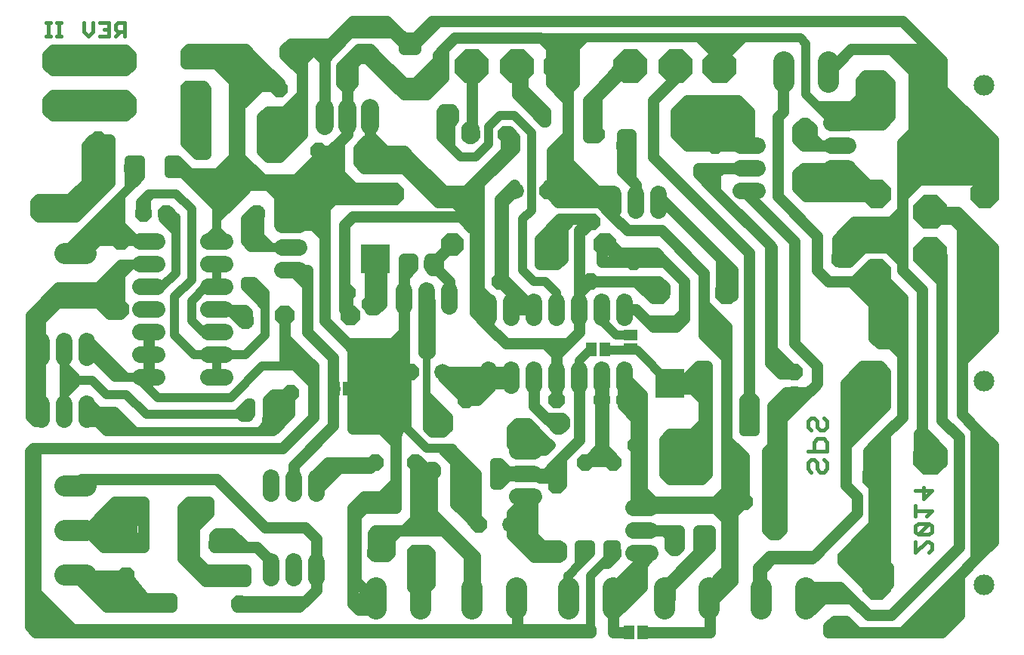
<source format=gbr>
G75*
G70*
%OFA0B0*%
%FSLAX24Y24*%
%IPPOS*%
%LPD*%
%AMOC8*
5,1,8,0,0,1.08239X$1,22.5*
%
%ADD10C,0.0180*%
%ADD11C,0.0150*%
%ADD12R,0.1000X0.1500*%
%ADD13R,0.2250X0.3500*%
%ADD14C,0.0920*%
%ADD15C,0.0720*%
%ADD16OC8,0.0720*%
%ADD17C,0.0720*%
%ADD18C,0.0872*%
%ADD19C,0.0833*%
%ADD20C,0.0840*%
%ADD21OC8,0.0760*%
%ADD22R,0.1280X0.1280*%
%ADD23OC8,0.1000*%
%ADD24C,0.0912*%
%ADD25C,0.0800*%
%ADD26R,0.0460X0.0630*%
%ADD27R,0.0630X0.0460*%
%ADD28C,0.1000*%
%ADD29C,0.0500*%
%ADD30C,0.0400*%
%ADD31C,0.0700*%
%ADD32OC8,0.0860*%
%ADD33C,0.0320*%
%ADD34OC8,0.1250*%
%ADD35OC8,0.1500*%
D10*
X041520Y019108D02*
X041657Y018971D01*
X041520Y019108D02*
X041520Y019381D01*
X041657Y019518D01*
X041794Y019518D01*
X041930Y019381D01*
X041930Y019108D01*
X042067Y018971D01*
X042204Y018971D01*
X042341Y019108D01*
X042341Y019381D01*
X042204Y019518D01*
X042341Y019892D02*
X041520Y019892D01*
X041794Y019892D02*
X041794Y020302D01*
X041930Y020439D01*
X042204Y020439D01*
X042341Y020302D01*
X042341Y019892D01*
X042204Y020813D02*
X042067Y020813D01*
X041930Y020949D01*
X041930Y021223D01*
X041794Y021360D01*
X041657Y021360D01*
X041520Y021223D01*
X041520Y020949D01*
X041657Y020813D01*
X042204Y020813D02*
X042341Y020949D01*
X042341Y021223D01*
X042204Y021360D01*
X011340Y038233D02*
X011340Y038814D01*
X011050Y038814D01*
X010953Y038717D01*
X010953Y038524D01*
X011050Y038427D01*
X011340Y038427D01*
X011147Y038427D02*
X010953Y038233D01*
X010640Y038233D02*
X010253Y038233D01*
X010447Y038524D02*
X010640Y038524D01*
X010640Y038814D02*
X010640Y038233D01*
X010640Y038814D02*
X010253Y038814D01*
X009940Y038814D02*
X009940Y038427D01*
X009747Y038233D01*
X009553Y038427D01*
X009553Y038814D01*
X008541Y038814D02*
X008347Y038814D01*
X008444Y038814D02*
X008444Y038233D01*
X008541Y038233D02*
X008347Y038233D01*
X008074Y038233D02*
X007881Y038233D01*
X007978Y038233D02*
X007978Y038814D01*
X008074Y038814D02*
X007881Y038814D01*
D11*
X046270Y018157D02*
X046981Y018157D01*
X046625Y017801D01*
X046625Y018275D01*
X046270Y017483D02*
X046270Y017010D01*
X046270Y017246D02*
X046981Y017246D01*
X046744Y017010D01*
X046862Y016691D02*
X046388Y016691D01*
X046270Y016573D01*
X046270Y016336D01*
X046388Y016218D01*
X046862Y016691D01*
X046981Y016573D01*
X046981Y016336D01*
X046862Y016218D01*
X046388Y016218D01*
X046270Y015900D02*
X046270Y015426D01*
X046744Y015900D01*
X046862Y015900D01*
X046981Y015781D01*
X046981Y015544D01*
X046862Y015426D01*
D12*
X011430Y016643D03*
D13*
X022555Y022893D03*
D14*
X022440Y013853D02*
X022440Y012933D01*
X024420Y012933D02*
X024420Y013853D01*
X026690Y013853D02*
X026690Y012933D01*
X028670Y012933D02*
X028670Y013853D01*
X030940Y013853D02*
X030940Y012933D01*
X032920Y012933D02*
X032920Y013853D01*
X035190Y013853D02*
X035190Y012933D01*
X037170Y012933D02*
X037170Y013853D01*
X039440Y013853D02*
X039440Y012933D01*
X041420Y012933D02*
X041420Y013853D01*
X009640Y014423D02*
X008720Y014423D01*
X008720Y016393D02*
X009640Y016393D01*
X009640Y018363D02*
X008720Y018363D01*
X008720Y026653D02*
X009640Y026653D01*
X009640Y028633D02*
X008720Y028633D01*
X008720Y035153D02*
X009640Y035153D01*
X009640Y037133D02*
X008720Y037133D01*
X040440Y037103D02*
X040440Y036183D01*
X042420Y036183D02*
X042420Y037103D01*
D15*
X028605Y031393D03*
X020230Y037393D03*
X014180Y035143D03*
X018680Y023843D03*
X025380Y023393D03*
X028380Y016643D03*
X040130Y017643D03*
D16*
X038730Y017643D03*
X036930Y015643D03*
X035680Y015643D03*
X032930Y015393D03*
X031680Y015393D03*
X026980Y016643D03*
X024180Y015393D03*
X022430Y015393D03*
X022430Y019393D03*
X024180Y019393D03*
X025180Y020893D03*
X026430Y022143D03*
X023980Y023393D03*
X022180Y022393D03*
X018680Y022443D03*
X016680Y021643D03*
X016680Y025643D03*
X017180Y026893D03*
X021180Y026893D03*
X022180Y026393D03*
X023930Y028143D03*
X024930Y028143D03*
X026680Y029893D03*
X029805Y028268D03*
X027930Y027393D03*
X031930Y027393D03*
X033805Y028268D03*
X031993Y030018D03*
X031993Y031018D03*
X030005Y031393D03*
X028180Y033893D03*
X026680Y033893D03*
X025743Y034706D03*
X023930Y035893D03*
X021630Y037393D03*
X023930Y037893D03*
X018680Y037393D03*
X018180Y035893D03*
X016680Y037393D03*
X014180Y037143D03*
X014180Y035893D03*
X011180Y035143D03*
X010180Y033643D03*
X011680Y032393D03*
X013680Y032393D03*
X014180Y033643D03*
X013180Y030393D03*
X012180Y030393D03*
X008180Y030393D03*
X017180Y030393D03*
X019930Y033143D03*
X021930Y033143D03*
X029743Y034706D03*
X032180Y033893D03*
X033430Y033393D03*
X037430Y033393D03*
X037430Y034143D03*
X041430Y034143D03*
X040930Y023393D03*
X040930Y022393D03*
X036930Y022393D03*
X036930Y023393D03*
X033430Y022143D03*
X032430Y022143D03*
X030430Y022143D03*
X029180Y020893D03*
X029930Y020143D03*
X031680Y019393D03*
X032930Y019393D03*
X033930Y020143D03*
X035680Y019643D03*
X036930Y019643D03*
X016430Y013143D03*
X015430Y015768D03*
X012430Y013143D03*
X011430Y015768D03*
X010930Y021393D03*
X010930Y023393D03*
X011180Y037143D03*
D17*
X018320Y029893D02*
X019040Y029893D01*
X019040Y028893D02*
X018320Y028893D01*
X018320Y027893D02*
X019040Y027893D01*
X015790Y028143D02*
X015070Y028143D01*
X015070Y027143D02*
X015790Y027143D01*
X015790Y026143D02*
X015070Y026143D01*
X015070Y025143D02*
X015790Y025143D01*
X015790Y024143D02*
X015070Y024143D01*
X015070Y023143D02*
X015790Y023143D01*
X012790Y023143D02*
X012070Y023143D01*
X012070Y024143D02*
X012790Y024143D01*
X012790Y025143D02*
X012070Y025143D01*
X012070Y026143D02*
X012790Y026143D01*
X012790Y027143D02*
X012070Y027143D01*
X012070Y028143D02*
X012790Y028143D01*
X012790Y029143D02*
X012070Y029143D01*
X015070Y029143D02*
X015790Y029143D01*
X009680Y024753D02*
X009680Y024033D01*
X008680Y024033D02*
X008680Y024753D01*
X007680Y024753D02*
X007680Y024033D01*
X007680Y022003D02*
X007680Y021283D01*
X008680Y021283D02*
X008680Y022003D01*
X009680Y022003D02*
X009680Y021283D01*
X017805Y018738D02*
X017805Y018018D01*
X018805Y018018D02*
X018805Y018738D01*
X019805Y018738D02*
X019805Y018018D01*
X019805Y015018D02*
X019805Y014298D01*
X018805Y014298D02*
X018805Y015018D01*
X017805Y015018D02*
X017805Y014298D01*
X028695Y017893D02*
X029415Y017893D01*
X029415Y018893D02*
X028695Y018893D01*
X028695Y019893D02*
X029415Y019893D01*
X029430Y022783D02*
X029430Y023503D01*
X030430Y023503D02*
X030430Y022783D01*
X031430Y022783D02*
X031430Y023503D01*
X032430Y023503D02*
X032430Y022783D01*
X033430Y022783D02*
X033430Y023503D01*
X033430Y025783D02*
X033430Y026503D01*
X032430Y026503D02*
X032430Y025783D01*
X031430Y025783D02*
X031430Y026503D01*
X030430Y026503D02*
X030430Y025783D01*
X029430Y025783D02*
X029430Y026503D01*
X028430Y026503D02*
X028430Y025783D01*
X027430Y025783D02*
X027430Y026503D01*
X025680Y026283D02*
X025680Y027003D01*
X024680Y027003D02*
X024680Y026283D01*
X023680Y026283D02*
X023680Y027003D01*
X027430Y023503D02*
X027430Y022783D01*
X028430Y022783D02*
X028430Y023503D01*
X033820Y017393D02*
X034540Y017393D01*
X034540Y016393D02*
X033820Y016393D01*
X033820Y015393D02*
X034540Y015393D01*
X034930Y030533D02*
X034930Y031253D01*
X033930Y031253D02*
X033930Y030533D01*
X032930Y030533D02*
X032930Y031253D01*
X038570Y031393D02*
X039290Y031393D01*
X039290Y032393D02*
X038570Y032393D01*
X038570Y033393D02*
X039290Y033393D01*
X042570Y033393D02*
X043290Y033393D01*
X043290Y032393D02*
X042570Y032393D01*
X042570Y034393D02*
X043290Y034393D01*
D18*
X037649Y036893D03*
X035680Y036893D03*
X033711Y036893D03*
X030649Y036893D03*
X028680Y036893D03*
X026711Y036893D03*
D19*
X017680Y034143D03*
X017680Y033143D03*
X014680Y033143D03*
X014680Y034143D03*
X024930Y019018D03*
X027930Y019018D03*
D20*
X015055Y031393D03*
X010055Y031393D03*
D21*
X011180Y029143D03*
X011180Y026143D03*
X011930Y017518D03*
X014930Y017518D03*
X016430Y014393D03*
X011430Y014393D03*
X030430Y015393D03*
X030430Y018393D03*
X043180Y015143D03*
X043180Y012143D03*
X042930Y028393D03*
X042930Y031393D03*
D22*
X035430Y022893D03*
X022430Y028393D03*
D23*
X025805Y029018D03*
X023180Y031268D03*
X032555Y029018D03*
X034930Y026893D03*
X037930Y026893D03*
X021680Y021143D03*
X017930Y021143D03*
D24*
X044568Y022978D03*
X049292Y022978D03*
X046930Y019569D03*
X049292Y018781D03*
X044568Y018781D03*
X044568Y013978D03*
X049292Y013978D03*
X049292Y027781D03*
X046930Y028569D03*
X046930Y030468D03*
X049292Y031256D03*
X044568Y031256D03*
X044568Y027781D03*
X044568Y036059D03*
X049292Y036059D03*
D25*
X022180Y035043D02*
X022180Y034243D01*
X021180Y034243D02*
X021180Y035043D01*
X020180Y035043D02*
X020180Y034243D01*
D26*
X031943Y024393D03*
X032543Y024393D03*
X021230Y022643D03*
X020630Y022643D03*
X033630Y011893D03*
X034230Y011893D03*
D27*
X033680Y024406D03*
X033680Y025006D03*
D28*
X025180Y031268D03*
D29*
X007430Y012393D02*
X007430Y011893D01*
X007180Y012143D01*
X007180Y014143D01*
X007430Y014143D01*
X007430Y013643D01*
X009180Y011893D01*
X008680Y011893D01*
X007680Y012893D01*
X007680Y012393D01*
X007930Y012143D01*
X007805Y012018D02*
X028430Y012018D01*
X028305Y011893D01*
X009180Y011893D01*
X008680Y011893D02*
X007430Y011893D01*
X007805Y012018D02*
X007430Y012393D01*
X007430Y013643D01*
X007430Y014143D02*
X007430Y020018D01*
X007305Y020018D01*
X007180Y019893D01*
X007180Y014143D01*
X008960Y014393D02*
X009180Y014423D01*
X009180Y014393D02*
X010555Y013018D01*
X010680Y013018D01*
X012930Y013018D01*
X013430Y013018D01*
X013430Y013393D01*
X013180Y013393D01*
X013430Y013143D01*
X013180Y013393D02*
X012930Y013393D01*
X011680Y013393D01*
X011930Y013143D01*
X010930Y013143D01*
X009680Y014143D01*
X010430Y014143D01*
X011180Y013393D01*
X011180Y013643D01*
X010680Y014143D01*
X010930Y014143D01*
X011430Y014393D01*
X012430Y013143D01*
X012930Y013393D01*
X012930Y013018D02*
X012430Y013143D01*
X011930Y013143D01*
X011680Y013393D02*
X011180Y013893D01*
X011430Y014393D01*
X009180Y014393D01*
X008960Y014393D01*
X010430Y015643D02*
X012180Y015643D01*
X012055Y015643D02*
X012180Y015768D01*
X012180Y016143D01*
X011430Y015768D01*
X012055Y015643D01*
X012180Y016143D02*
X012180Y017643D01*
X010930Y017643D01*
X009680Y016393D01*
X010430Y015643D01*
X011430Y015768D01*
X011930Y017518D01*
X010930Y017143D02*
X010430Y016643D01*
X010430Y016393D01*
X010680Y016143D01*
X010680Y015893D02*
X010930Y015893D01*
X010930Y017143D01*
X010180Y016393D02*
X009680Y016393D01*
X009180Y016393D01*
X010180Y016393D02*
X010680Y015893D01*
X013930Y015143D02*
X014430Y014643D01*
X014680Y014643D01*
X016180Y014643D01*
X016680Y014643D01*
X016680Y014143D01*
X014930Y014143D01*
X014180Y014893D01*
X014180Y017643D01*
X013930Y017393D01*
X013930Y015143D01*
X014430Y015143D02*
X015180Y014393D01*
X015430Y014393D01*
X014680Y014643D02*
X014430Y014893D01*
X014430Y015143D01*
X014430Y016518D01*
X015055Y017143D01*
X014430Y017143D01*
X014430Y016518D01*
X015055Y017143D02*
X015055Y017643D01*
X014430Y017643D01*
X014930Y017518D01*
X014430Y017643D02*
X014180Y017643D01*
X015430Y018643D02*
X009460Y018643D01*
X009180Y018363D01*
X007430Y020018D02*
X018305Y020018D01*
X019680Y021393D01*
X019680Y022893D01*
X019680Y023143D01*
X018930Y023893D01*
X018680Y023893D01*
X018430Y024143D01*
X018430Y024643D01*
X018430Y024893D01*
X018555Y024768D01*
X018430Y024643D01*
X018555Y024768D02*
X019430Y023893D01*
X018680Y024393D01*
X018680Y023893D01*
X019680Y022893D01*
X019680Y023143D02*
X019680Y023643D01*
X019430Y023893D01*
X018930Y023893D01*
X018680Y023843D02*
X018480Y023843D01*
X018430Y023893D01*
X018430Y024143D01*
X018430Y024893D02*
X018430Y025893D01*
X019430Y025143D02*
X020555Y024018D01*
X020555Y022643D01*
X020630Y022643D01*
X020555Y022643D02*
X020555Y021018D01*
X018805Y019268D01*
X018805Y018018D01*
X019805Y018018D02*
X019805Y018643D01*
X020305Y019143D01*
X020805Y019143D01*
X019805Y018143D01*
X019805Y018018D01*
X019805Y018643D02*
X019805Y018768D01*
X019805Y018893D01*
X020305Y019393D01*
X022430Y019393D01*
X022180Y019143D01*
X020805Y019143D01*
X020305Y019143D02*
X022430Y019393D01*
X023305Y020268D02*
X022680Y020893D01*
X021430Y020893D01*
X021430Y021268D01*
X021618Y021331D01*
X021430Y021393D01*
X021430Y021268D01*
X021680Y021143D01*
X021430Y020893D02*
X022180Y021143D01*
X022743Y021143D01*
X023555Y021956D01*
X023555Y023018D01*
X023680Y023143D01*
X023680Y021893D01*
X023180Y021893D01*
X022680Y021393D01*
X022430Y021393D01*
X022430Y022643D01*
X022680Y022893D01*
X023180Y022893D01*
X023180Y022393D01*
X022680Y021893D01*
X022680Y022393D01*
X022930Y022643D01*
X023180Y023143D02*
X022430Y023143D01*
X022180Y022893D01*
X022180Y022393D01*
X022180Y021393D01*
X021430Y021393D01*
X021430Y022518D01*
X021430Y024393D01*
X021180Y024643D01*
X023180Y024643D01*
X023680Y025143D01*
X023680Y023643D01*
X023180Y023143D01*
X023680Y023143D02*
X023680Y023643D01*
X023930Y023343D02*
X023980Y023393D01*
X023930Y023343D02*
X023680Y023143D01*
X024680Y024143D02*
X024805Y024268D01*
X024805Y026518D01*
X024555Y026518D01*
X024555Y024268D01*
X024680Y024143D01*
X024680Y026643D01*
X025680Y026643D02*
X025680Y027393D01*
X025180Y027893D01*
X024930Y028143D01*
X025805Y029018D01*
X026930Y029518D02*
X026180Y030268D01*
X021430Y030268D01*
X021055Y029893D01*
X021055Y026143D01*
X021118Y026081D01*
X021180Y026143D01*
X021180Y026893D01*
X022180Y026393D02*
X022430Y026643D01*
X022430Y028393D01*
X022680Y028393D02*
X022180Y028393D01*
X022180Y026143D01*
X022430Y026143D01*
X022680Y026393D01*
X022680Y028393D01*
X023680Y028393D02*
X024055Y028393D01*
X024055Y028018D01*
X023930Y027893D01*
X023930Y028143D01*
X023930Y027893D02*
X023805Y027768D01*
X023680Y028393D02*
X023680Y026643D01*
X023680Y025143D01*
X025380Y023393D02*
X025430Y023393D01*
X025680Y023393D01*
X026430Y023393D01*
X027180Y023393D01*
X027180Y023143D01*
X026430Y022393D01*
X026180Y022393D01*
X025680Y022893D01*
X025930Y023143D01*
X026430Y023143D01*
X026680Y022893D01*
X028430Y022893D01*
X028430Y023393D01*
X027430Y023393D01*
X027180Y023393D01*
X027430Y023393D02*
X027430Y022643D01*
X026930Y022143D01*
X026430Y022143D01*
X025430Y023143D01*
X025430Y023393D01*
X026430Y023393D02*
X026930Y022893D01*
X026930Y022643D01*
X027430Y023143D01*
X028430Y023143D01*
X029430Y023143D02*
X029430Y021893D01*
X029930Y021393D01*
X030180Y021143D01*
X030430Y020893D01*
X030555Y020893D01*
X030680Y021018D01*
X030555Y021143D02*
X030180Y021143D01*
X030430Y022143D02*
X030430Y023143D01*
X030430Y024143D01*
X029930Y024643D01*
X030930Y024643D01*
X031430Y025143D01*
X031430Y026143D01*
X031430Y026893D01*
X031430Y029518D01*
X031430Y029643D01*
X031930Y030143D01*
X031055Y030143D01*
X030930Y030143D01*
X030055Y029268D01*
X030055Y028518D01*
X030180Y028393D01*
X030180Y029143D01*
X030305Y029268D01*
X029805Y029393D02*
X029680Y029268D01*
X029680Y028268D01*
X029805Y028143D01*
X030430Y028143D01*
X030680Y028393D01*
X030680Y029768D01*
X031055Y030143D01*
X030930Y030143D02*
X030555Y030143D01*
X029805Y029393D01*
X029805Y028268D01*
X029680Y028268D02*
X029680Y028143D01*
X028430Y027143D02*
X029430Y026143D01*
X028430Y026143D01*
X028430Y026643D01*
X028680Y026393D01*
X029430Y026393D01*
X028430Y026643D02*
X028430Y026893D01*
X028430Y027143D01*
X028055Y027518D01*
X028055Y030018D01*
X028055Y030893D01*
X028555Y031643D01*
X028555Y031393D01*
X028055Y030893D01*
X027930Y030768D01*
X027930Y029393D01*
X028055Y030018D01*
X027930Y029393D02*
X027930Y027393D01*
X028430Y026893D01*
X027430Y026393D02*
X027430Y026143D01*
X027430Y025393D01*
X028180Y024643D01*
X029930Y024643D01*
X030430Y024143D02*
X030930Y024643D01*
X031430Y023143D02*
X031430Y020393D01*
X030680Y019643D01*
X029805Y018768D01*
X030555Y019018D01*
X030430Y019018D02*
X030430Y018893D01*
X030430Y018643D01*
X030430Y018393D01*
X030430Y018893D02*
X030055Y018893D01*
X029805Y018768D01*
X030055Y018893D02*
X029180Y018893D01*
X029055Y018893D01*
X029055Y017893D02*
X029180Y016693D01*
X028380Y016643D01*
X029180Y016593D01*
X029180Y015893D01*
X029680Y015393D01*
X030430Y015393D01*
X028680Y013393D02*
X028670Y013393D01*
X028680Y013393D02*
X028680Y011893D01*
X031680Y011893D01*
X031930Y011893D01*
X031930Y012018D01*
X028430Y012018D01*
X028305Y011893D02*
X028680Y011893D01*
X026805Y013393D02*
X026680Y013268D01*
X026555Y013268D01*
X026555Y015268D01*
X026680Y015143D01*
X026680Y015393D01*
X026805Y015268D01*
X026805Y013393D01*
X026690Y013393D02*
X026680Y013393D01*
X026680Y015143D01*
X026555Y015268D02*
X025430Y016393D01*
X024680Y016393D01*
X024180Y016893D01*
X023680Y016393D01*
X023430Y016393D01*
X023305Y016393D01*
X022805Y015893D01*
X022555Y016018D02*
X022555Y015393D01*
X022430Y015393D02*
X022430Y015268D01*
X022930Y015268D01*
X023055Y015393D01*
X023055Y016018D01*
X023430Y016393D01*
X023305Y016393D02*
X022930Y016393D01*
X022555Y016018D01*
X022430Y015893D01*
X022430Y016393D01*
X022305Y016268D01*
X022305Y015518D01*
X022430Y015393D01*
X022430Y015893D01*
X022430Y016393D02*
X022930Y016393D01*
X023680Y016393D02*
X024180Y016393D01*
X024680Y016393D01*
X024930Y016643D02*
X024930Y017143D01*
X024930Y019018D01*
X024555Y019018D01*
X024430Y019143D02*
X024430Y017143D01*
X024305Y017143D02*
X024305Y017518D01*
X024930Y017143D01*
X025430Y016393D01*
X025055Y016643D02*
X024305Y017143D01*
X024180Y016893D02*
X024180Y016393D01*
X024180Y016893D02*
X024180Y018393D01*
X024805Y019018D01*
X024930Y019018D01*
X024930Y019143D02*
X024430Y019143D01*
X024180Y019143D01*
X024180Y019393D01*
X024180Y019143D02*
X024180Y018393D01*
X023180Y018393D02*
X023180Y017893D01*
X022930Y017643D01*
X022180Y017643D01*
X021555Y017018D01*
X021555Y014143D01*
X022055Y013643D01*
X022180Y013393D02*
X022180Y012893D01*
X021680Y012893D01*
X021430Y013143D01*
X021430Y013393D01*
X021430Y016893D01*
X021555Y017018D01*
X021430Y016893D02*
X021430Y017393D01*
X021930Y017893D01*
X022680Y017893D01*
X023180Y018393D01*
X023305Y017393D02*
X021430Y017393D01*
X023305Y017393D02*
X023305Y020268D01*
X023305Y020581D01*
X022743Y021143D01*
X023555Y021143D01*
X023555Y021956D01*
X023555Y021143D02*
X023305Y020581D01*
X022180Y021143D02*
X022180Y021393D01*
X020305Y019143D02*
X019930Y018893D01*
X019805Y018768D01*
X019305Y016518D02*
X017555Y016518D01*
X015430Y018643D01*
X015430Y016268D02*
X015305Y016143D01*
X015305Y015643D01*
X016180Y015643D01*
X015930Y015893D01*
X015680Y015893D01*
X015555Y016018D01*
X015430Y015768D02*
X015305Y015643D01*
X015430Y016268D02*
X016055Y016268D01*
X016680Y015643D01*
X016180Y015643D01*
X016680Y015643D02*
X017180Y015643D01*
X017805Y015018D01*
X016430Y014393D02*
X016180Y014643D01*
X016305Y013268D02*
X016305Y013018D01*
X016430Y013018D01*
X019055Y013018D01*
X019180Y013143D01*
X019305Y013268D01*
X016305Y013268D01*
X016430Y013143D02*
X016430Y013018D01*
X016430Y013143D02*
X019180Y013143D01*
X019305Y013268D02*
X019805Y013768D01*
X019805Y015018D01*
X019805Y016018D01*
X019305Y016518D01*
X021430Y013393D02*
X022180Y013393D01*
X022440Y013393D01*
X024055Y013893D02*
X024055Y015268D01*
X024180Y015393D01*
X024180Y015518D01*
X024680Y015518D01*
X024805Y015393D01*
X024805Y014018D01*
X024555Y013768D01*
X024180Y013768D02*
X024180Y013393D01*
X024305Y013393D02*
X024305Y015268D01*
X024180Y015393D01*
X024170Y015383D01*
X024420Y013393D01*
X024180Y013768D02*
X024055Y013893D01*
X026680Y015393D02*
X024930Y017143D01*
X026430Y018143D02*
X026430Y019143D01*
X026680Y018893D01*
X026680Y017643D01*
X032930Y013893D02*
X032930Y012643D01*
X032930Y011893D01*
X033430Y011893D01*
X034430Y011893D02*
X037180Y011893D01*
X037180Y013893D01*
X037930Y014643D01*
X037930Y016893D01*
X038680Y017643D01*
X038680Y019643D01*
X037930Y020393D01*
X037930Y019893D01*
X038430Y019393D01*
X038430Y017893D01*
X038430Y017643D02*
X038180Y017643D01*
X038180Y014143D01*
X037930Y013893D01*
X037180Y013143D01*
X037170Y013393D02*
X037920Y014153D01*
X037930Y014393D01*
X037930Y013893D01*
X037930Y014393D02*
X037930Y014643D01*
X036930Y015393D02*
X036930Y015643D01*
X035180Y013893D01*
X035190Y013903D02*
X036930Y015393D01*
X036930Y015643D02*
X037180Y015643D01*
X037180Y016393D01*
X036930Y016393D01*
X036680Y016393D01*
X036680Y015143D01*
X035430Y013893D01*
X035430Y013393D01*
X035180Y013393D01*
X035190Y013393D02*
X035190Y013903D01*
X034180Y013893D02*
X034180Y014643D01*
X034180Y014893D01*
X034430Y015143D01*
X034430Y015393D01*
X034180Y015393D01*
X034180Y015143D01*
X034180Y014893D01*
X034180Y013893D02*
X033680Y013393D01*
X032930Y012643D01*
X032930Y013393D02*
X032920Y013393D01*
X032930Y013393D02*
X033680Y013393D01*
X035555Y015518D02*
X035430Y015643D01*
X035430Y016143D01*
X035305Y016268D01*
X035555Y016268D01*
X035680Y016393D01*
X035805Y016393D01*
X035805Y015643D01*
X035680Y015518D01*
X035555Y015518D01*
X035680Y015518D02*
X035680Y015643D01*
X035680Y015893D01*
X035430Y016143D01*
X035305Y016268D02*
X035180Y016393D01*
X034180Y016393D01*
X035180Y016393D02*
X035680Y016393D01*
X035680Y015643D01*
X036680Y015143D02*
X037180Y015643D01*
X036930Y015643D02*
X036930Y016393D01*
X037430Y017393D02*
X037930Y016893D01*
X037930Y017393D01*
X037930Y017643D01*
X038180Y017643D01*
X037930Y017643D02*
X037930Y018143D01*
X038430Y017643D01*
X038680Y017643D01*
X038730Y017643D01*
X037930Y017393D02*
X037430Y017393D01*
X034180Y017393D01*
X033930Y017393D01*
X033930Y018393D01*
X034180Y018643D01*
X034180Y018143D01*
X034680Y017643D01*
X037430Y017643D01*
X037930Y018143D01*
X037930Y019893D01*
X037930Y020393D02*
X037930Y024018D01*
X037555Y024393D01*
X037680Y024643D01*
X037680Y025143D01*
X037180Y025643D01*
X037180Y025768D01*
X037180Y025643D02*
X037180Y025143D01*
X037805Y024518D01*
X037930Y024518D01*
X037930Y025393D01*
X036930Y026393D01*
X036930Y025018D01*
X037555Y024393D01*
X037805Y024518D01*
X037930Y024518D02*
X037930Y024018D01*
X037055Y023643D02*
X037055Y023518D01*
X036930Y023643D01*
X037055Y023643D01*
X037055Y023518D02*
X037055Y023143D01*
X037055Y018893D01*
X036805Y018643D01*
X036680Y018643D01*
X035680Y018643D01*
X035430Y018643D01*
X035180Y018893D01*
X035180Y020393D01*
X035430Y020643D01*
X036430Y020643D01*
X036930Y021143D01*
X036930Y020643D01*
X036430Y020143D01*
X035680Y020143D01*
X035430Y020393D01*
X035430Y019893D01*
X036680Y019893D01*
X036680Y019143D01*
X035930Y019143D01*
X035680Y019643D02*
X035680Y018643D01*
X036680Y018643D02*
X036930Y018893D01*
X036930Y019643D01*
X035680Y019643D01*
X036930Y019643D02*
X036930Y020643D01*
X036930Y021143D02*
X036930Y022143D01*
X036180Y022893D01*
X035930Y022893D01*
X036180Y023143D01*
X036680Y023143D01*
X036930Y022893D02*
X036180Y022893D01*
X035930Y022893D02*
X035430Y022893D01*
X035430Y022643D02*
X036680Y022643D01*
X036930Y022393D02*
X036930Y022143D01*
X036930Y022393D02*
X036930Y022893D01*
X036930Y023393D01*
X036930Y023643D02*
X036680Y023643D01*
X036180Y023143D01*
X034180Y022393D02*
X033430Y023143D01*
X033430Y022643D01*
X033930Y022143D01*
X033930Y021268D01*
X033930Y020143D01*
X033930Y018393D01*
X034180Y018143D02*
X034180Y017393D01*
X034180Y018643D02*
X034180Y019393D01*
X034180Y021893D01*
X033930Y022143D01*
X034180Y021893D02*
X034180Y022393D01*
X038930Y022393D02*
X038930Y021143D01*
X040180Y021143D02*
X041430Y022393D01*
X040930Y022393D01*
X040430Y021893D01*
X040130Y021593D01*
X040130Y017643D01*
X042180Y015643D02*
X041805Y015268D01*
X039805Y015268D01*
X039305Y014768D01*
X039305Y013893D01*
X039430Y013768D01*
X039430Y013393D01*
X039440Y013393D02*
X039440Y014653D01*
X039930Y015143D01*
X041680Y015143D01*
X043680Y017143D01*
X043680Y017893D01*
X043180Y018393D01*
X043180Y020143D01*
X043180Y020643D01*
X044680Y022143D01*
X044680Y023393D01*
X044180Y023393D01*
X043430Y022643D01*
X043430Y022143D01*
X044180Y022893D01*
X044180Y022643D01*
X044430Y022393D01*
X043430Y021393D01*
X043180Y021590D02*
X043180Y020643D01*
X044180Y019893D02*
X044568Y020281D01*
X044568Y018781D01*
X044568Y015143D01*
X043180Y015143D01*
X043055Y015143D01*
X043055Y015018D01*
X044305Y013768D01*
X044305Y014893D01*
X044430Y015018D01*
X043555Y015018D01*
X044180Y014393D01*
X044180Y014143D01*
X044680Y013643D01*
X045055Y014018D01*
X045055Y014768D01*
X044555Y015268D01*
X044555Y015018D01*
X044930Y014643D01*
X044930Y020643D01*
X044568Y020281D01*
X044930Y020643D02*
X045680Y021393D01*
X045680Y024143D01*
X045180Y024643D01*
X044680Y024643D01*
X044430Y024893D01*
X044430Y025393D01*
X045180Y024643D01*
X045680Y024643D02*
X045680Y024143D01*
X045680Y024643D02*
X044430Y025893D01*
X044430Y026393D01*
X044680Y026393D01*
X044430Y026393D02*
X045680Y025143D01*
X045680Y024643D01*
X045680Y025143D02*
X045680Y025768D01*
X044305Y027143D01*
X043805Y027143D01*
X043680Y027268D01*
X044055Y027268D01*
X044305Y027518D01*
X044680Y027143D01*
X044930Y026893D02*
X045680Y026143D01*
X045680Y025768D01*
X045680Y026143D02*
X045680Y026643D01*
X044568Y027756D01*
X044568Y027781D01*
X044542Y027781D01*
X044680Y028143D02*
X044305Y028143D01*
X043555Y027393D01*
X043430Y027393D01*
X042430Y027393D01*
X041930Y027893D01*
X041930Y029393D01*
X040180Y031143D01*
X040180Y034643D01*
X040430Y034893D01*
X040430Y036633D01*
X040440Y036643D01*
X042420Y036643D02*
X042680Y036893D01*
X043430Y037643D01*
X045180Y037643D01*
X046180Y036643D01*
X046180Y034018D01*
X045680Y033518D01*
X045680Y031143D01*
X045680Y030518D01*
X045180Y030018D01*
X043555Y030018D01*
X043180Y029643D01*
X043430Y029393D01*
X044430Y029393D01*
X044680Y029643D01*
X044180Y029643D01*
X043680Y029143D01*
X043555Y029018D01*
X043680Y029018D01*
X043805Y028893D01*
X045555Y028893D01*
X045680Y029018D01*
X045680Y029393D01*
X045555Y029518D01*
X044680Y029518D01*
X044430Y029268D01*
X045305Y029268D01*
X045430Y029143D01*
X044805Y029143D01*
X045680Y028268D01*
X045680Y027893D01*
X046555Y027018D01*
X046555Y020768D01*
X046430Y020643D01*
X046430Y020393D01*
X046430Y019393D01*
X047430Y019393D01*
X047430Y019643D01*
X046680Y020393D01*
X046680Y020643D02*
X046430Y020393D01*
X046680Y020643D02*
X047430Y019893D01*
X047430Y019643D01*
X046930Y019569D02*
X046555Y019944D01*
X046555Y020768D01*
X047430Y021268D02*
X048180Y020518D01*
X048180Y015643D01*
X045180Y012643D01*
X044180Y012643D01*
X043430Y013393D01*
X042180Y013393D01*
X041680Y012893D01*
X041430Y012893D01*
X041430Y013893D01*
X042930Y013893D01*
X043430Y013393D01*
X044568Y013978D02*
X044568Y015143D01*
X044180Y015268D02*
X044555Y015643D01*
X043555Y015643D01*
X043055Y015143D01*
X043055Y015268D01*
X044430Y016643D01*
X044430Y016143D01*
X043555Y015268D01*
X044180Y015268D01*
X044430Y016643D02*
X044430Y018643D01*
X044180Y018893D01*
X044180Y019893D01*
X043180Y020143D02*
X044930Y021893D01*
X044930Y023393D01*
X044680Y023643D01*
X043930Y023643D01*
X043180Y022893D01*
X043180Y021590D01*
X044568Y022978D01*
X043430Y022143D02*
X043430Y021893D01*
X041930Y022893D02*
X041805Y022768D01*
X041430Y022393D01*
X041930Y022893D02*
X041930Y023643D01*
X040930Y024643D01*
X040930Y029143D01*
X038930Y031143D01*
X038930Y031393D01*
X038930Y032393D02*
X037680Y032393D01*
X037180Y032393D01*
X037180Y031893D01*
X037430Y032143D01*
X037680Y032393D01*
X037430Y032143D02*
X037430Y031393D01*
X036680Y032143D01*
X036680Y032393D01*
X036930Y032393D01*
X037180Y032393D01*
X036930Y032393D02*
X036680Y032143D01*
X037430Y031393D02*
X039805Y029018D01*
X039930Y028893D01*
X039930Y024393D01*
X040930Y023393D01*
X038930Y022393D02*
X038930Y028643D01*
X034680Y032893D01*
X034680Y035393D01*
X035680Y036393D01*
X035680Y036893D01*
X037180Y037893D02*
X038180Y037893D01*
X037680Y037393D01*
X037680Y037143D01*
X037680Y036893D01*
X037649Y036893D02*
X037649Y037893D01*
X037649Y037925D01*
X037430Y035393D02*
X036180Y035393D01*
X035680Y034893D01*
X035680Y034143D01*
X036180Y033643D01*
X038430Y033643D01*
X038680Y033893D01*
X037430Y035143D01*
X036430Y035143D01*
X035930Y034643D01*
X037680Y034643D01*
X037930Y034393D01*
X036180Y034393D01*
X036180Y034143D02*
X035930Y034393D01*
X036680Y034393D01*
X037180Y033893D01*
X037430Y034143D02*
X037430Y033393D01*
X035680Y034143D01*
X035680Y033893D01*
X036180Y033393D01*
X038930Y033393D01*
X038930Y034893D01*
X038430Y035393D01*
X038180Y035393D01*
X038680Y034893D01*
X038680Y034643D01*
X038180Y035143D01*
X038180Y035393D02*
X037430Y035393D01*
X038680Y034143D01*
X037430Y034143D01*
X036180Y034143D01*
X033680Y033893D02*
X033305Y033893D01*
X033305Y033768D01*
X033305Y033643D01*
X033430Y033768D01*
X033430Y033518D01*
X033305Y032893D01*
X033305Y032518D01*
X033555Y032268D01*
X033305Y032268D01*
X033305Y032518D01*
X033305Y032268D02*
X033680Y031893D01*
X033930Y031643D01*
X033430Y032268D01*
X033305Y033143D01*
X033305Y032893D01*
X033305Y033143D02*
X033305Y033643D01*
X033305Y033768D02*
X033680Y033893D01*
X033680Y031893D01*
X033930Y031643D02*
X033930Y030893D01*
X032930Y030893D02*
X032930Y030268D01*
X032305Y030893D01*
X031993Y031018D02*
X031930Y030893D01*
X031680Y031393D02*
X032930Y031393D01*
X032930Y031143D01*
X032930Y030893D02*
X032680Y030893D01*
X031430Y031643D01*
X030430Y032643D01*
X030430Y032393D02*
X030930Y031893D01*
X031430Y031643D02*
X030055Y031643D01*
X030005Y031393D01*
X030430Y031393D02*
X030430Y032393D01*
X030930Y032643D02*
X030930Y033393D01*
X030680Y033143D01*
X030555Y033018D02*
X030930Y032643D01*
X032680Y030893D01*
X032930Y030268D02*
X033555Y029643D01*
X035055Y029643D01*
X036930Y027768D01*
X036930Y026393D01*
X037680Y026768D02*
X037680Y028393D01*
X037930Y028143D01*
X038180Y027893D01*
X038180Y026768D01*
X037930Y026643D02*
X037805Y026643D01*
X037680Y026768D01*
X037930Y026893D02*
X037930Y026643D01*
X037930Y026893D02*
X037930Y028143D01*
X037680Y028393D02*
X035305Y030768D01*
X034930Y030768D01*
X034930Y030643D02*
X034930Y030893D01*
X034930Y031143D01*
X035055Y031018D01*
X034930Y031268D01*
X034930Y031143D01*
X035055Y031018D02*
X035305Y030768D01*
X033430Y032268D02*
X033430Y033393D01*
X032180Y033768D02*
X031805Y033768D01*
X031805Y035143D01*
X033180Y036518D01*
X033680Y036518D01*
X033805Y036643D01*
X033805Y037018D01*
X033430Y037018D01*
X031805Y035393D01*
X031805Y035143D01*
X032180Y035643D02*
X033430Y037143D01*
X033711Y036893D01*
X032180Y035643D02*
X032180Y033893D01*
X032180Y033768D01*
X030930Y033393D02*
X030930Y035143D01*
X030930Y035393D01*
X030930Y035893D01*
X031180Y036143D01*
X031180Y036643D01*
X030930Y036393D01*
X030680Y036393D01*
X030680Y035893D01*
X030930Y035893D02*
X030930Y036643D01*
X030430Y036643D01*
X030180Y036393D01*
X030180Y036143D01*
X030930Y035393D01*
X030680Y036393D02*
X030180Y036393D01*
X030180Y036893D01*
X030430Y037143D01*
X030180Y037143D01*
X030180Y037893D01*
X031180Y037893D01*
X031180Y036643D01*
X030680Y036862D02*
X030680Y036393D01*
X030680Y036862D02*
X030649Y036893D01*
X030680Y037643D02*
X030930Y037643D01*
X031180Y037893D01*
X029680Y038143D02*
X025930Y038143D01*
X025430Y037643D01*
X025430Y036393D01*
X024680Y035643D01*
X024430Y035643D01*
X024180Y035643D01*
X023680Y035643D01*
X021930Y037393D01*
X021805Y037393D01*
X021180Y036768D01*
X021180Y035893D01*
X020930Y036143D01*
X020930Y036893D01*
X021180Y037143D01*
X021380Y037143D01*
X021430Y037143D01*
X021430Y036143D01*
X021180Y035893D01*
X021180Y034643D01*
X021180Y033893D01*
X020805Y033518D01*
X020430Y033143D01*
X019930Y033143D01*
X019930Y032893D01*
X018930Y031893D01*
X018680Y031893D01*
X019180Y031643D01*
X018430Y031643D01*
X018555Y031518D01*
X020180Y031518D01*
X019680Y031643D01*
X018930Y031643D01*
X018805Y031393D01*
X020055Y030143D01*
X019930Y030893D01*
X019430Y031393D01*
X019180Y031643D02*
X019180Y031893D01*
X019680Y031893D01*
X019930Y032143D01*
X019680Y032143D01*
X019680Y031893D02*
X019930Y031893D01*
X019930Y032143D01*
X019930Y032393D01*
X020430Y032893D01*
X020430Y032643D01*
X020180Y032393D01*
X019930Y032393D02*
X019930Y032893D01*
X020430Y033143D02*
X020680Y032893D01*
X020680Y032143D01*
X020805Y032143D02*
X020680Y032893D01*
X020680Y032268D02*
X020805Y032143D01*
X020805Y033518D01*
X021680Y033268D02*
X021930Y033518D01*
X021930Y033393D01*
X021680Y033143D01*
X021680Y033268D01*
X021680Y033143D02*
X021680Y032643D01*
X021930Y032393D01*
X023680Y032393D01*
X025180Y030893D01*
X025930Y030893D01*
X025680Y031143D01*
X026180Y031143D01*
X027430Y032393D01*
X028180Y033143D01*
X028180Y032893D01*
X027680Y032393D01*
X027430Y032143D01*
X026930Y031643D01*
X026680Y030893D01*
X026180Y030393D01*
X026305Y030768D01*
X026680Y029893D01*
X026680Y030268D01*
X026805Y030143D01*
X026805Y026643D01*
X026805Y026018D01*
X027430Y025393D01*
X027430Y026143D02*
X027305Y026143D01*
X026805Y026643D01*
X026930Y026643D02*
X026930Y029518D01*
X026930Y030143D01*
X026680Y029893D01*
X026430Y030393D01*
X025930Y030893D01*
X026180Y030893D01*
X025805Y031268D01*
X025180Y031268D01*
X025180Y031393D02*
X026680Y031393D01*
X026180Y030893D02*
X026180Y030393D01*
X026180Y030893D02*
X025680Y031143D01*
X023930Y032893D01*
X023680Y032893D01*
X022180Y032893D01*
X021930Y032643D01*
X023930Y032643D01*
X025180Y031393D01*
X023930Y032893D02*
X023680Y033143D01*
X022430Y033143D01*
X022180Y033393D01*
X022180Y033768D01*
X021930Y033518D01*
X021930Y033393D02*
X021930Y033143D01*
X022430Y033143D01*
X022180Y033768D02*
X022180Y033893D01*
X022180Y034643D01*
X023430Y035893D02*
X023680Y035893D01*
X023680Y035643D01*
X022180Y037393D01*
X021930Y037393D01*
X021805Y037393D02*
X021630Y037393D01*
X021380Y037143D01*
X021430Y037143D02*
X021430Y037268D01*
X022555Y037268D01*
X023680Y036143D01*
X024180Y036143D01*
X025180Y037143D01*
X024930Y036393D01*
X024930Y036143D01*
X024430Y035643D01*
X024180Y035643D02*
X024180Y035893D01*
X023930Y035893D01*
X023680Y035893D01*
X023430Y035893D02*
X022680Y036643D01*
X022555Y037268D01*
X022180Y037643D01*
X021680Y037643D01*
X021430Y037393D01*
X021180Y037143D01*
X021180Y036768D01*
X021430Y037268D02*
X021430Y037393D01*
X021630Y037393D01*
X021180Y038393D02*
X020180Y037393D01*
X020230Y037393D01*
X020180Y037393D02*
X019680Y037643D01*
X020180Y037143D01*
X020180Y037268D01*
X021430Y038518D01*
X021180Y038393D02*
X023180Y038393D01*
X023680Y037893D01*
X024180Y037893D01*
X025180Y038893D01*
X045680Y038893D01*
X046930Y037643D01*
X046430Y037643D01*
X047430Y036643D01*
X047430Y037143D01*
X046930Y037643D01*
X046430Y037643D02*
X045180Y037643D01*
X045680Y037393D02*
X045930Y037393D01*
X046680Y036643D01*
X046680Y036893D01*
X047180Y036393D01*
X047180Y032893D01*
X046180Y031893D01*
X045930Y031643D01*
X046180Y031643D01*
X046930Y032393D01*
X048180Y032393D01*
X048430Y032143D01*
X048180Y032643D02*
X047430Y032643D01*
X047180Y032643D01*
X046930Y032393D01*
X047430Y032643D02*
X047430Y035393D01*
X049430Y033393D01*
X049430Y032893D01*
X047680Y034643D01*
X047680Y034143D01*
X049180Y032643D01*
X049180Y032143D01*
X047680Y033643D01*
X047680Y033143D01*
X047930Y032893D01*
X048430Y032893D01*
X049430Y031893D01*
X046180Y031893D01*
X046180Y031643D02*
X045680Y031143D01*
X045680Y030518D02*
X045680Y029643D01*
X044680Y029643D01*
X044430Y029393D02*
X043305Y028268D01*
X043055Y028268D01*
X042930Y028268D01*
X042805Y028393D01*
X042805Y029268D01*
X043180Y029643D01*
X043680Y029643D01*
X043680Y029143D01*
X043555Y029018D02*
X043180Y028643D01*
X043180Y028393D01*
X043055Y028268D01*
X042930Y028268D02*
X042930Y028393D01*
X042930Y028893D01*
X043680Y029643D01*
X044180Y029643D01*
X044680Y029143D02*
X044805Y029143D01*
X045680Y029018D02*
X045680Y028268D01*
X044930Y027893D02*
X044930Y026893D01*
X044430Y026393D02*
X043430Y027393D01*
X044680Y028143D02*
X044930Y027893D01*
X046680Y028143D02*
X046930Y027893D01*
X047430Y027393D01*
X047430Y028518D01*
X047305Y028643D01*
X047180Y028643D01*
X046930Y028569D02*
X046930Y027893D01*
X047430Y027393D02*
X047430Y021268D01*
X048305Y021518D02*
X048305Y023893D01*
X048305Y024518D01*
X049555Y025768D01*
X049555Y027518D01*
X049680Y027643D01*
X049680Y027393D01*
X048430Y026143D01*
X048430Y025393D01*
X048680Y025143D01*
X048680Y025393D01*
X049430Y026143D01*
X049430Y026643D01*
X048680Y025893D01*
X048680Y025393D01*
X048305Y024518D02*
X048305Y026518D01*
X048305Y029768D01*
X047930Y030143D01*
X048055Y030143D01*
X048805Y029393D01*
X048805Y027143D01*
X048680Y027018D01*
X048680Y028893D01*
X049180Y029393D01*
X049680Y028893D01*
X049680Y027643D01*
X049680Y027393D02*
X049680Y025268D01*
X048305Y023893D01*
X048305Y026518D02*
X049180Y027393D01*
X049180Y027794D01*
X049292Y027781D01*
X049180Y027893D01*
X049180Y029393D01*
X048105Y030468D01*
X046930Y030468D01*
X047180Y030143D02*
X047930Y030143D01*
X049430Y031143D02*
X049680Y031393D01*
X049680Y033643D01*
X047430Y035893D01*
X047430Y035393D01*
X047430Y035893D02*
X047430Y036643D01*
X046930Y036393D02*
X046430Y036393D01*
X046430Y033643D01*
X045930Y033143D01*
X045930Y032643D01*
X046430Y033143D01*
X046430Y033643D01*
X046930Y033143D02*
X046930Y036393D01*
X046680Y036893D02*
X046180Y037393D01*
X044680Y036143D02*
X044930Y035893D01*
X044680Y036143D02*
X044180Y036143D01*
X044180Y035143D01*
X044568Y035031D02*
X043930Y034393D01*
X042930Y034393D01*
X041680Y034143D02*
X041680Y033768D01*
X042055Y033393D01*
X042930Y033393D01*
X042055Y033393D02*
X041930Y033393D01*
X041305Y033393D01*
X041055Y033643D01*
X041055Y034143D01*
X041305Y034393D01*
X041430Y034393D01*
X041680Y034143D01*
X041430Y034143D02*
X041430Y033893D01*
X041680Y033643D01*
X041680Y033768D01*
X041680Y033643D02*
X041930Y033393D01*
X041930Y032393D02*
X041430Y031893D01*
X041430Y031393D01*
X042930Y031393D01*
X042930Y032393D01*
X041305Y032393D01*
X041055Y032143D01*
X041055Y031518D01*
X041430Y031143D01*
X044430Y031143D01*
X044555Y031268D01*
X043430Y032393D01*
X041930Y032393D01*
X041930Y032143D02*
X043180Y032143D01*
X043430Y031893D01*
X043680Y031643D02*
X041680Y031643D01*
X041680Y031893D01*
X041930Y032143D01*
X042930Y031393D02*
X043930Y031393D01*
X043680Y031643D01*
X043930Y031393D02*
X044180Y031393D01*
X044456Y031143D01*
X044568Y031256D01*
X045930Y031643D02*
X045930Y032143D01*
X046930Y033143D01*
X048180Y032643D02*
X049180Y031643D01*
X049180Y032143D01*
X049430Y031893D02*
X049430Y032893D01*
X049430Y031893D02*
X049430Y031643D01*
X049292Y031531D02*
X049180Y031643D01*
X049292Y031531D02*
X049292Y031256D01*
X045680Y029643D02*
X045680Y029393D01*
X044430Y025893D02*
X044430Y025393D01*
X048305Y021518D02*
X048930Y020893D01*
X048930Y015143D01*
X049292Y015506D01*
X049680Y015893D01*
X049680Y020143D01*
X049292Y020531D01*
X048930Y020893D01*
X049292Y020531D02*
X049292Y018781D01*
X049292Y015506D01*
X048930Y015143D02*
X048180Y014393D01*
X046180Y012393D01*
X046430Y012143D01*
X046930Y012143D01*
X047930Y013143D01*
X047930Y013643D01*
X046680Y012393D01*
X046930Y012143D02*
X047180Y012143D01*
X047930Y012893D01*
X047930Y013143D01*
X048180Y012643D02*
X048180Y014393D01*
X048180Y012643D02*
X047430Y011893D01*
X045680Y011893D01*
X046180Y012393D01*
X045680Y011893D02*
X043680Y011893D01*
X043430Y012143D01*
X043180Y012393D01*
X042680Y012393D01*
X042430Y012143D01*
X042430Y011893D01*
X043430Y011893D01*
X043680Y011893D01*
X043430Y011893D02*
X043180Y012143D01*
X043430Y012143D01*
X042180Y013393D02*
X041420Y013393D01*
X044430Y018643D02*
X044430Y018768D01*
X036055Y025768D02*
X035680Y025393D01*
X034680Y025393D01*
X034430Y025643D01*
X033930Y026143D01*
X033430Y026143D01*
X034680Y026643D02*
X033930Y027393D01*
X034430Y027393D01*
X034930Y027393D01*
X035180Y027143D01*
X035180Y026893D01*
X034930Y026643D01*
X034680Y026643D01*
X034930Y026893D02*
X034430Y027393D01*
X033930Y027393D02*
X031930Y027393D01*
X031430Y026893D01*
X032430Y028268D02*
X032430Y029018D01*
X032555Y029018D02*
X032680Y029143D01*
X033180Y028643D01*
X033305Y028268D01*
X032430Y028268D01*
X032680Y028893D02*
X033180Y028393D01*
X033680Y028393D01*
X033805Y028268D02*
X035055Y028393D01*
X035180Y028268D01*
X033305Y028268D01*
X033180Y028643D02*
X034805Y028643D01*
X035055Y028393D01*
X035180Y028268D02*
X036055Y027393D01*
X036055Y026018D01*
X036055Y025768D01*
X036055Y026018D02*
X035680Y025643D01*
X034430Y025643D01*
X031430Y029518D02*
X031993Y030018D01*
X031180Y030893D02*
X030930Y030893D01*
X030430Y031393D01*
X028605Y031393D02*
X028555Y031643D01*
X027930Y031018D01*
X027930Y030768D01*
X027430Y032143D02*
X027430Y032393D01*
X028180Y032893D02*
X028555Y033268D01*
X028555Y033768D01*
X028305Y034018D01*
X028180Y034018D01*
X028180Y033893D02*
X028180Y033143D01*
X026680Y033893D02*
X026680Y034268D01*
X026680Y034393D01*
X026680Y036862D01*
X026680Y036893D01*
X026930Y036893D01*
X026680Y037143D01*
X026680Y036893D01*
X026680Y036862D02*
X026711Y036893D01*
X025430Y037643D02*
X025180Y037393D01*
X025180Y037143D01*
X024930Y036393D02*
X024430Y035893D01*
X024180Y035893D01*
X024180Y037643D02*
X023680Y037643D01*
X023680Y037893D01*
X023680Y038143D01*
X023930Y037893D01*
X024180Y038143D02*
X024180Y037643D01*
X024180Y038143D02*
X024930Y038893D01*
X025180Y038893D01*
X024180Y038143D02*
X023680Y038143D01*
X023430Y038393D01*
X023180Y038393D01*
X023430Y038393D02*
X022930Y038893D01*
X022430Y038893D01*
X021430Y038893D01*
X020930Y038393D01*
X020430Y037893D01*
X019930Y037893D01*
X018930Y037893D01*
X018680Y037893D01*
X018430Y037643D01*
X018430Y037393D01*
X019180Y036643D01*
X019180Y035643D01*
X019180Y035393D01*
X018180Y034393D01*
X018180Y033893D01*
X018430Y033643D01*
X018430Y034143D01*
X018930Y034643D01*
X018930Y034143D01*
X018680Y033893D01*
X018180Y033893D02*
X018180Y033143D01*
X017930Y032893D01*
X018180Y032893D01*
X019180Y033893D01*
X019180Y035393D01*
X019180Y035643D02*
X018430Y034893D01*
X017680Y034893D01*
X017930Y034643D01*
X018180Y034643D01*
X018180Y034393D01*
X017930Y034643D02*
X017930Y032893D01*
X017680Y032893D01*
X017430Y033143D01*
X017430Y034643D01*
X017680Y034893D01*
X017680Y034143D01*
X017680Y033143D01*
X017930Y032893D01*
X017930Y031643D02*
X019180Y030393D01*
X019680Y029893D01*
X019430Y029893D01*
X018430Y030893D01*
X018180Y031143D02*
X017680Y031643D01*
X016430Y032893D01*
X016430Y032393D01*
X016930Y031893D01*
X018680Y031893D01*
X018430Y031643D01*
X017930Y031643D01*
X017680Y031643D01*
X016930Y031643D01*
X016805Y031643D01*
X015180Y031643D01*
X015055Y031393D01*
X014180Y032143D01*
X014930Y032143D01*
X016180Y032143D01*
X016180Y032893D01*
X015180Y031893D01*
X015055Y031393D01*
X014930Y032143D01*
X015180Y031893D02*
X016180Y031893D01*
X016930Y031893D01*
X016430Y032143D02*
X016430Y032393D01*
X016430Y032143D02*
X016180Y032143D01*
X016430Y035143D01*
X016430Y032893D01*
X016180Y032893D02*
X016180Y035143D01*
X017180Y036143D01*
X017430Y036143D01*
X017430Y036393D01*
X017180Y036643D01*
X017180Y036393D01*
X016430Y035643D01*
X016680Y035393D01*
X016430Y035143D01*
X016180Y035143D02*
X016180Y036143D01*
X016180Y036893D01*
X017430Y036893D01*
X016930Y037393D01*
X016680Y037643D01*
X014680Y037643D01*
X014180Y037643D01*
X014055Y037518D01*
X014055Y037018D01*
X015555Y037018D01*
X015680Y037143D01*
X015930Y037143D01*
X016180Y036893D02*
X015180Y037143D01*
X014180Y037143D01*
X014680Y037643D01*
X014680Y037393D02*
X014180Y037143D01*
X014680Y037393D02*
X016680Y037393D01*
X016930Y037393D01*
X017430Y036893D02*
X018180Y036143D01*
X018180Y035893D01*
X018055Y036018D02*
X017430Y036393D01*
X017430Y036893D01*
X016930Y036643D02*
X016680Y036643D01*
X016430Y036393D01*
X016430Y036143D01*
X016930Y036643D01*
X016430Y036143D02*
X016430Y035643D01*
X016680Y035393D02*
X017305Y036018D01*
X018055Y036018D01*
X019180Y036643D02*
X019180Y036893D01*
X018680Y037393D01*
X019680Y037643D01*
X019180Y037143D01*
X018680Y037393D01*
X019180Y037143D02*
X019180Y036893D01*
X020180Y037143D02*
X020180Y034643D01*
X020805Y032143D02*
X021305Y031643D01*
X021180Y031643D01*
X019930Y030393D01*
X019930Y030143D01*
X019680Y029893D02*
X020180Y029393D01*
X020180Y031518D01*
X023055Y031518D01*
X023180Y031393D01*
X023180Y031268D01*
X023180Y031143D02*
X023180Y031018D01*
X023055Y031018D01*
X022805Y031268D01*
X020055Y031268D01*
X020305Y031018D01*
X023055Y031018D01*
X021180Y031643D02*
X020930Y031643D01*
X020680Y031893D01*
X020805Y032143D02*
X020180Y031893D01*
X019930Y031893D01*
X019180Y031893D02*
X018930Y031893D01*
X018180Y031143D02*
X018180Y030393D01*
X018180Y029893D01*
X019430Y029893D01*
X019180Y030393D02*
X018180Y030393D01*
X018680Y029893D01*
X020180Y029393D02*
X020180Y025643D01*
X021180Y024643D01*
X021305Y025893D02*
X021118Y026081D01*
X019430Y025143D02*
X019430Y027143D01*
X019430Y027893D01*
X018680Y027893D01*
X015930Y026143D02*
X015680Y026143D01*
X015430Y026143D01*
X012430Y025143D02*
X012430Y024143D01*
X012430Y023143D01*
X017680Y022143D02*
X017680Y021143D01*
X017680Y020893D01*
X017930Y021143D02*
X017930Y022143D01*
X018180Y022393D01*
X017930Y022393D01*
X017680Y022143D01*
X018180Y022393D02*
X018630Y022393D01*
X018680Y022443D01*
X018680Y022393D02*
X018305Y022018D01*
X018305Y021518D01*
X018180Y021393D01*
X026180Y022893D02*
X026680Y022893D01*
X026930Y022643D02*
X026430Y022143D01*
X027430Y026143D02*
X026930Y026643D01*
X025180Y027893D02*
X025180Y028393D01*
X024805Y028393D01*
X024805Y028143D01*
X024930Y028143D01*
X024805Y028143D02*
X024805Y028018D01*
X024930Y027893D01*
X025180Y027893D01*
X029868Y034456D02*
X029618Y034706D01*
X028743Y035581D01*
X028680Y035643D01*
X028680Y036893D01*
X028930Y036893D02*
X028930Y035893D01*
X029930Y034893D01*
X029930Y034456D01*
X029868Y034456D01*
X029743Y034706D02*
X029618Y034706D01*
X022430Y038643D02*
X022180Y038643D01*
X022430Y038893D01*
X021180Y038393D02*
X020930Y038393D01*
X020430Y037893D02*
X020180Y037268D01*
X020180Y037393D01*
X014930Y035893D02*
X014930Y035643D01*
X014680Y035893D01*
X014430Y035893D01*
X014430Y033393D01*
X014680Y033143D01*
X014930Y033143D01*
X014930Y033018D01*
X014555Y033018D01*
X014055Y033518D01*
X014055Y035893D01*
X014180Y036018D01*
X014805Y036018D01*
X014930Y035893D01*
X014930Y035643D02*
X014930Y035268D01*
X014805Y035143D01*
X014680Y035143D02*
X014680Y034143D01*
X014680Y033893D01*
X014430Y033393D01*
X014180Y033643D01*
X014680Y033893D02*
X014680Y033143D01*
X014930Y033143D02*
X014930Y035268D01*
X014680Y035143D02*
X014180Y035143D01*
X014930Y035643D01*
X014180Y035893D01*
X014430Y035893D01*
X014930Y035643D02*
X014680Y034143D01*
X013680Y032393D02*
X014180Y032143D01*
X010680Y032018D02*
X010680Y031768D01*
X009180Y030268D01*
X007555Y030268D01*
X007430Y030393D01*
X007430Y030643D01*
X008930Y030643D01*
X009180Y030643D02*
X010430Y031893D01*
X010430Y033643D01*
X010680Y033643D01*
X010680Y032018D01*
X010055Y031393D01*
X010055Y033643D01*
X010180Y033643D01*
X009930Y033643D01*
X009680Y033393D01*
X009680Y031768D01*
X008930Y031018D01*
X007555Y031018D01*
X007430Y030893D01*
X007430Y030643D01*
X010055Y031393D02*
X010680Y033643D01*
X010430Y033643D02*
X010180Y033643D01*
X011180Y035143D02*
X011180Y035153D01*
X011180Y037133D02*
X011180Y037143D01*
X038680Y034643D02*
X038680Y034393D01*
X038680Y034143D02*
X038930Y033893D01*
X038930Y033393D01*
X044568Y035031D02*
X044568Y036059D01*
X010930Y013143D02*
X010680Y013018D01*
D30*
X010555Y020768D02*
X011180Y020768D01*
X010930Y021018D01*
X010930Y021143D01*
X010680Y021393D01*
X010430Y021393D01*
X010930Y020893D01*
X011180Y020893D02*
X010930Y021143D01*
X010930Y021393D01*
X010930Y021643D02*
X010180Y021643D01*
X009680Y022143D01*
X009680Y021643D01*
X010555Y020768D01*
X010430Y021143D02*
X009680Y021143D01*
X009680Y021393D01*
X010180Y021393D02*
X010430Y021393D01*
X010930Y021643D02*
X011680Y020893D01*
X011180Y020893D01*
X011180Y020768D02*
X011805Y020768D01*
X011430Y021143D01*
X011180Y021143D01*
X011805Y020768D02*
X017305Y020768D01*
X017680Y021143D01*
X017680Y020893D02*
X017930Y021143D01*
X017680Y020893D02*
X017555Y020768D01*
X017930Y020768D01*
X018680Y021518D01*
X018680Y022393D01*
X016930Y022018D02*
X016930Y021518D01*
X016805Y021393D01*
X016555Y021393D01*
X016430Y021518D01*
X016305Y021518D01*
X016805Y022018D01*
X016930Y022018D01*
X016680Y021643D02*
X016555Y021518D01*
X016430Y021518D01*
X016305Y021518D02*
X012305Y021518D01*
X011430Y022393D01*
X010555Y022393D01*
X009930Y023018D01*
X008680Y023018D01*
X008680Y023643D01*
X008680Y024393D01*
X007680Y024393D02*
X007680Y021643D01*
X007680Y021393D02*
X007680Y021143D01*
X007430Y021143D01*
X007180Y021393D01*
X007180Y025893D01*
X007680Y026393D01*
X007930Y026393D01*
X010430Y026393D01*
X010680Y026393D01*
X010930Y026143D01*
X010680Y026143D01*
X010180Y026643D01*
X010930Y027393D01*
X010930Y027893D01*
X010180Y027143D01*
X009930Y026893D01*
X008430Y026893D01*
X008430Y027143D02*
X010180Y027143D01*
X010180Y026643D02*
X010680Y026643D01*
X011180Y027143D01*
X011180Y027643D01*
X011680Y028143D01*
X011180Y028143D01*
X010930Y027893D01*
X011180Y027643D02*
X011180Y028143D01*
X011680Y028143D02*
X012430Y028143D01*
X012430Y027143D02*
X012993Y027143D01*
X013618Y027768D01*
X013618Y030206D01*
X013180Y030393D01*
X013180Y030518D01*
X013305Y030518D01*
X013555Y030268D01*
X013180Y030393D02*
X013055Y030393D01*
X013055Y030143D01*
X013555Y029643D01*
X014305Y030581D02*
X014305Y027456D01*
X013555Y026706D01*
X013555Y025018D01*
X014430Y024143D01*
X015430Y024143D01*
X016680Y024143D01*
X017555Y025018D01*
X017555Y026268D01*
X017180Y026643D01*
X017180Y027018D01*
X017055Y027143D01*
X017055Y027393D02*
X017555Y026893D01*
X017555Y026518D01*
X017555Y026268D01*
X017555Y026518D02*
X017430Y026643D01*
X017180Y026643D01*
X016680Y027143D01*
X016680Y027393D01*
X017055Y027393D01*
X017180Y026893D02*
X017430Y026643D01*
X016805Y026018D02*
X016555Y026018D01*
X016430Y025893D01*
X016430Y026018D01*
X016680Y026143D02*
X015680Y026143D01*
X015930Y026143D02*
X016555Y025518D01*
X016680Y025643D01*
X016555Y025518D02*
X016805Y025518D01*
X016805Y026018D01*
X016680Y026143D01*
X015430Y027143D02*
X014930Y027143D01*
X014305Y026518D01*
X014305Y025643D01*
X014805Y025143D01*
X015430Y025143D01*
X015430Y024143D02*
X015430Y023143D01*
X016055Y022268D02*
X017430Y023643D01*
X019430Y023643D01*
X018430Y023893D01*
X018630Y023893D01*
X018680Y023843D01*
X021230Y022643D02*
X021430Y022518D01*
X023805Y023218D02*
X023805Y020893D01*
X024680Y020018D01*
X025805Y020018D01*
X025930Y019893D01*
X025930Y017643D01*
X025930Y017518D01*
X026305Y017143D01*
X026930Y016518D01*
X026930Y016643D02*
X026930Y016893D01*
X026680Y017143D01*
X026680Y018643D01*
X025430Y019893D01*
X025930Y019893D02*
X026930Y018893D01*
X026930Y016893D01*
X026680Y017143D02*
X026430Y017393D01*
X026430Y017518D02*
X026180Y017393D01*
X025930Y017518D01*
X026055Y017893D01*
X025930Y017643D02*
X026180Y017393D01*
X026430Y017143D01*
X026305Y017143D01*
X026430Y017518D02*
X026180Y018268D01*
X026180Y019393D01*
X024930Y019143D02*
X024680Y019143D01*
X024305Y019518D01*
X027680Y019393D02*
X027680Y018393D01*
X027930Y018393D01*
X028430Y018893D01*
X027930Y019393D01*
X027680Y019393D01*
X027930Y019143D02*
X028055Y019143D01*
X028180Y019018D01*
X029055Y019018D01*
X029055Y018893D02*
X028805Y018893D01*
X028430Y018893D01*
X028180Y018768D02*
X027930Y019018D01*
X028180Y018768D02*
X028680Y018768D01*
X028805Y018893D01*
X029180Y018893D02*
X029430Y018893D01*
X029680Y018643D01*
X030430Y018643D01*
X030430Y018393D02*
X030680Y018393D01*
X030680Y019643D01*
X030430Y019018D02*
X030180Y018768D01*
X029805Y018768D01*
X029305Y018768D01*
X029555Y017893D02*
X029055Y017893D01*
X028805Y017893D01*
X028805Y015768D01*
X028430Y016143D01*
X028430Y017143D01*
X028930Y017643D01*
X029180Y017643D01*
X029430Y017643D02*
X029555Y017893D01*
X029430Y017643D02*
X029430Y016143D01*
X029805Y015768D01*
X030555Y015768D01*
X030680Y015643D01*
X030680Y015268D01*
X030555Y015143D01*
X029430Y015143D01*
X028930Y015643D01*
X028930Y016893D01*
X028680Y017143D01*
X028805Y015768D02*
X028930Y015643D01*
X030930Y014393D02*
X030940Y014403D01*
X031430Y014893D01*
X031430Y015768D01*
X031930Y015768D01*
X031930Y015393D01*
X031680Y015143D01*
X031680Y015393D01*
X031680Y015143D02*
X031555Y015018D01*
X031430Y014893D01*
X030940Y014403D02*
X030940Y013393D01*
X030930Y013643D02*
X030930Y014393D01*
X031930Y014393D02*
X032430Y014893D01*
X032680Y014893D01*
X033055Y015268D01*
X033055Y015768D01*
X032680Y015768D01*
X032680Y015143D01*
X032430Y014893D01*
X032680Y015143D02*
X032930Y015393D01*
X031930Y014393D02*
X031930Y012018D01*
X031680Y011893D01*
X032920Y011903D02*
X032930Y011893D01*
X032920Y011903D02*
X032920Y013393D01*
X033430Y011893D02*
X033630Y011893D01*
X034230Y011893D02*
X034430Y011893D01*
X037180Y011893D02*
X037180Y013143D01*
X037180Y013383D01*
X037170Y013393D01*
X039930Y016143D02*
X039680Y016393D01*
X039680Y019893D01*
X040180Y020393D01*
X040180Y020893D01*
X040055Y020893D01*
X040055Y019893D01*
X039930Y019768D01*
X039930Y021893D01*
X040555Y022518D01*
X041555Y022518D01*
X041805Y022768D01*
X040930Y023268D02*
X040930Y023393D01*
X040930Y023268D02*
X040305Y023268D01*
X039805Y023768D01*
X039805Y024268D01*
X040430Y023643D01*
X039805Y024268D02*
X039805Y029018D01*
X033680Y025006D02*
X033068Y025006D01*
X032430Y025643D01*
X032430Y026143D01*
X030430Y026143D02*
X030430Y026893D01*
X029930Y027393D01*
X029430Y027393D01*
X028930Y027893D01*
X028930Y030143D01*
X029305Y030518D01*
X029305Y033956D01*
X028555Y034706D01*
X027930Y034706D01*
X027430Y034206D01*
X027430Y033456D01*
X026868Y032893D01*
X026180Y032893D01*
X025743Y033331D01*
X025305Y033768D01*
X025305Y034893D01*
X025430Y035018D01*
X025805Y035018D01*
X025930Y034893D01*
X025930Y034518D01*
X025805Y034393D01*
X025805Y034518D01*
X025555Y034768D01*
X025555Y033768D01*
X025743Y033331D02*
X025743Y034706D01*
X026430Y034143D02*
X026430Y033768D01*
X026555Y033643D01*
X026680Y033643D01*
X026805Y033768D01*
X026680Y034268D01*
X026805Y034143D01*
X026805Y033893D01*
X026680Y033893D01*
X026430Y034143D02*
X026680Y034393D01*
X028180Y034018D02*
X028180Y033893D01*
X028180Y033143D02*
X027680Y032393D01*
X027055Y031768D01*
X027055Y031268D01*
X026930Y031643D01*
X026305Y030768D01*
X026680Y030643D02*
X026930Y030393D01*
X026680Y030643D02*
X026680Y030893D01*
X027055Y031268D02*
X027055Y030018D01*
X026680Y029893D01*
X027055Y030018D02*
X027055Y027018D01*
X027430Y026643D01*
X027430Y026393D01*
X023980Y023393D02*
X023805Y023218D01*
X028430Y020893D02*
X028430Y020143D01*
X028680Y019893D01*
X029055Y019893D01*
X029930Y019893D01*
X030180Y020143D01*
X029930Y020393D01*
X029680Y020393D01*
X028930Y020393D01*
X029180Y020643D01*
X029180Y020893D01*
X029680Y020393D01*
X029930Y020393D02*
X029180Y021143D01*
X028680Y020643D01*
X028680Y020143D01*
X029930Y020143D01*
X030555Y020893D02*
X030180Y021143D01*
X029930Y021393D02*
X030680Y021393D01*
X030805Y021268D01*
X030805Y021018D01*
X030680Y020893D01*
X031680Y019393D02*
X032430Y020143D01*
X032430Y022143D01*
X032430Y022768D01*
X032305Y022893D01*
X032305Y019893D01*
X032555Y019893D01*
X032555Y022893D01*
X032430Y023143D02*
X032430Y022143D01*
X033305Y021893D02*
X033930Y021268D01*
X033930Y021643D01*
X033430Y022143D01*
X033305Y021893D02*
X033305Y023143D01*
X031930Y024393D02*
X031430Y023893D01*
X031430Y023143D01*
X031930Y024393D02*
X031943Y024393D01*
X032543Y024393D02*
X032780Y024343D01*
X033618Y024343D01*
X033680Y024406D01*
X033743Y024343D01*
X033980Y024343D01*
X035430Y022893D01*
X038680Y022143D02*
X038680Y020768D01*
X038930Y020768D01*
X039180Y020768D01*
X039180Y022143D01*
X038930Y022393D01*
X038680Y022143D01*
X038930Y021143D02*
X038930Y020768D01*
X040180Y020893D02*
X040180Y021143D01*
X040180Y021643D01*
X040430Y021893D01*
X040430Y016393D01*
X040180Y016143D01*
X039930Y016393D01*
X039930Y017893D01*
X040180Y017643D02*
X040180Y016143D01*
X039930Y016143D01*
X034180Y019393D02*
X033930Y019643D01*
X033930Y020143D01*
X032930Y019643D02*
X032430Y020143D01*
X032430Y019893D02*
X032180Y019643D01*
X032430Y019643D01*
X032430Y019893D02*
X032930Y019393D01*
X031680Y019393D01*
X032930Y019393D02*
X032930Y019643D01*
X029180Y020893D02*
X029180Y021143D01*
X028680Y021143D01*
X028430Y020893D01*
X019430Y027143D02*
X018680Y027893D01*
X018680Y028893D02*
X016930Y028893D01*
X016680Y029143D01*
X016680Y030143D01*
X017055Y030518D01*
X017055Y030393D02*
X017055Y029143D01*
X017180Y029143D01*
X017305Y029018D01*
X017305Y029393D02*
X017305Y030518D01*
X017180Y030518D01*
X017055Y030393D01*
X017180Y030393D01*
X017055Y030393D02*
X016930Y030393D01*
X016930Y028893D01*
X018430Y028893D01*
X018680Y028893D02*
X017805Y028893D01*
X017305Y029393D01*
X015930Y029143D02*
X015430Y029643D01*
X014930Y029143D01*
X015430Y029143D01*
X015430Y029643D01*
X015430Y030143D01*
X015430Y030643D01*
X014930Y031143D01*
X016305Y031143D01*
X016805Y031643D01*
X016305Y031643D01*
X015930Y031268D01*
X016555Y031268D01*
X016180Y030893D01*
X016180Y031893D01*
X015930Y031268D02*
X015180Y031268D01*
X014930Y031143D02*
X014805Y031268D01*
X015805Y031268D01*
X016055Y031018D01*
X015680Y031018D01*
X015555Y030893D01*
X015805Y030643D01*
X015680Y030643D01*
X015555Y030518D01*
X015430Y030143D02*
X016180Y030893D01*
X016555Y031268D02*
X016930Y031643D01*
X014930Y031643D02*
X014430Y031643D01*
X014180Y031893D01*
X013930Y032143D01*
X013305Y032143D01*
X013305Y032768D01*
X013680Y032768D01*
X014180Y032268D01*
X014180Y032143D02*
X014055Y032143D01*
X014305Y031893D01*
X014180Y031893D01*
X014180Y032143D02*
X013930Y032393D01*
X013680Y032393D01*
X013930Y032143D01*
X014055Y032143D01*
X014430Y031643D02*
X014805Y031268D01*
X014305Y030581D02*
X013618Y031268D01*
X012555Y031268D01*
X012305Y031018D01*
X012305Y030518D01*
X012180Y030393D02*
X012055Y030393D01*
X012055Y030893D01*
X012430Y031268D01*
X012555Y031268D01*
X012305Y031018D02*
X012180Y030893D01*
X012180Y030393D01*
X011180Y031143D02*
X011555Y031518D01*
X011555Y031893D01*
X011555Y032393D01*
X011555Y032768D01*
X012055Y032768D01*
X012055Y032018D01*
X011805Y031768D01*
X011805Y032393D01*
X011680Y032393D01*
X011555Y032393D01*
X011680Y032393D02*
X011680Y031643D01*
X011805Y031768D01*
X011680Y031643D02*
X011555Y031518D01*
X011180Y031143D02*
X011180Y029143D01*
X010180Y029143D01*
X009680Y028643D01*
X009180Y028643D01*
X009180Y028633D02*
X009690Y029143D01*
X010430Y029143D01*
X010430Y029893D01*
X010930Y029393D01*
X010680Y029393D01*
X010680Y030393D01*
X011930Y029143D01*
X011180Y029143D01*
X010930Y029393D01*
X010930Y030643D01*
X010680Y030643D01*
X010430Y030393D01*
X010430Y029893D01*
X010180Y029643D01*
X010180Y029393D01*
X009930Y029143D01*
X009680Y029143D01*
X010180Y029643D01*
X010430Y029143D02*
X011180Y029143D01*
X011930Y029143D02*
X012430Y029143D01*
X010680Y030643D02*
X011180Y031143D01*
X010430Y030393D02*
X008930Y028893D01*
X008930Y028643D01*
X008430Y027143D02*
X007930Y026643D01*
X008180Y026643D01*
X007930Y026393D01*
X007930Y026143D01*
X007930Y026393D02*
X007430Y025893D01*
X007430Y021393D01*
X008680Y021643D02*
X008680Y022393D01*
X009180Y022893D01*
X009180Y023143D01*
X008680Y023643D01*
X008680Y023018D02*
X008680Y021643D01*
X010930Y023143D02*
X011430Y023143D01*
X011180Y023393D01*
X010930Y023393D01*
X010930Y023143D02*
X009680Y024393D01*
X009680Y024643D01*
X009930Y024643D01*
X010180Y024393D01*
X011180Y023393D01*
X011430Y023143D02*
X011930Y023143D01*
X012430Y022643D01*
X012430Y023143D01*
X011930Y023143D01*
X012430Y022643D02*
X012805Y022268D01*
X016055Y022268D01*
X017305Y020768D02*
X017555Y020768D01*
X011180Y025893D02*
X010680Y025893D01*
X009930Y026643D01*
X009180Y026643D01*
X009180Y026653D02*
X011170Y026653D01*
X011180Y026643D01*
X011180Y026143D01*
X010930Y026393D01*
X010680Y026393D01*
X011180Y026143D02*
X011180Y025893D01*
X011180Y026643D02*
X011180Y027143D01*
X009180Y026653D02*
X008690Y026653D01*
X008680Y026643D01*
X008180Y026643D01*
X007930Y026643D02*
X007680Y026393D01*
X007680Y025643D02*
X008680Y026643D01*
X007680Y025643D02*
X007680Y024393D01*
X009680Y024393D02*
X010180Y024393D01*
X015430Y027143D02*
X015430Y028143D01*
X010055Y031393D02*
X009055Y030393D01*
X008180Y030393D01*
X010180Y032643D02*
X010180Y033393D01*
X011430Y034643D02*
X008180Y034643D01*
X007930Y034893D01*
X007930Y035393D01*
X008180Y035643D01*
X008430Y035643D01*
X008180Y035393D01*
X008180Y035143D01*
X008430Y034893D01*
X008680Y034893D01*
X008680Y035143D01*
X008430Y035393D01*
X008680Y035393D01*
X008930Y035143D02*
X008930Y035643D01*
X008430Y035643D01*
X008930Y035643D02*
X011430Y035643D01*
X011680Y035393D01*
X011680Y034893D01*
X011430Y034643D01*
X011430Y036643D02*
X008930Y036643D01*
X008180Y036643D01*
X007930Y036893D01*
X007930Y037393D01*
X008180Y037643D01*
X011430Y037643D01*
X011680Y037393D01*
X011680Y036893D01*
X011430Y036643D01*
X011180Y036893D02*
X008930Y036893D01*
X008430Y036893D01*
X008680Y037143D01*
X008680Y037393D01*
X008430Y037393D01*
X008180Y037143D01*
X008430Y036893D01*
X008930Y036893D02*
X008930Y036643D01*
X011180Y036893D02*
X011180Y037143D01*
X015180Y037143D02*
X016180Y036143D01*
X022180Y033893D02*
X023180Y032893D01*
X023680Y032893D01*
X026930Y031643D02*
X027055Y031768D01*
X030055Y031643D02*
X030055Y031518D01*
X030430Y031143D01*
X030430Y031268D01*
X030180Y031518D01*
X030180Y031268D02*
X030180Y033143D01*
X030930Y033893D01*
X030930Y035143D01*
X030930Y035393D02*
X030930Y036393D01*
X030930Y036643D01*
X030680Y037143D02*
X031680Y038143D01*
X030867Y038143D01*
X030430Y038143D01*
X030180Y038143D01*
X030680Y037643D01*
X030649Y037925D02*
X030867Y038143D01*
X030649Y037925D02*
X030430Y038143D01*
X030180Y038143D02*
X029680Y038143D01*
X030680Y037143D01*
X031680Y038143D02*
X036680Y038143D01*
X037680Y037143D01*
X038680Y038143D01*
X038305Y038143D01*
X038180Y037893D01*
X038305Y038143D02*
X037774Y038143D01*
X037430Y038143D01*
X036680Y038143D01*
X037430Y038143D02*
X037649Y037925D01*
X037649Y037893D02*
X037774Y038143D01*
X038680Y038143D02*
X041180Y038143D01*
X041430Y037893D01*
X041430Y035643D01*
X041930Y035143D01*
X043680Y035143D01*
X044680Y036143D01*
X044680Y035893D01*
X045180Y035393D01*
X045180Y036143D01*
X044805Y036518D01*
X044055Y036518D01*
X043805Y036268D01*
X043805Y035518D01*
X043305Y035018D01*
X043430Y034643D02*
X042680Y034643D01*
X042555Y034768D02*
X042430Y034893D01*
X043930Y034893D01*
X044180Y035143D01*
X044430Y035393D01*
X044180Y035393D01*
X043430Y034643D01*
X044930Y034643D01*
X044930Y035393D01*
X045180Y035393D02*
X045180Y034643D01*
X044805Y034268D01*
X044680Y034393D01*
X044805Y034268D02*
X042555Y034268D01*
X042555Y034768D01*
X042680Y034393D02*
X041930Y035143D01*
X042680Y034393D02*
X042930Y034393D01*
X032805Y030393D02*
X032305Y030893D01*
X031805Y031393D01*
X031680Y031393D01*
X030930Y031393D01*
X030180Y031143D01*
X030493Y030831D01*
X032305Y030831D01*
X031930Y030893D01*
X031680Y031143D01*
X031180Y031143D01*
X031055Y031268D01*
X031055Y031143D02*
X032305Y031143D01*
X032805Y030393D01*
X032430Y030893D02*
X032305Y030831D01*
X031055Y031143D02*
X030180Y031268D01*
D31*
X011180Y035153D02*
X009180Y035153D01*
X009180Y037133D02*
X011180Y037133D01*
D32*
X018430Y025893D03*
X021305Y025893D03*
X030555Y021143D03*
X038930Y021143D03*
D33*
X034430Y015393D02*
X034180Y015143D01*
X032930Y013893D01*
X032930Y013643D01*
X033930Y014643D01*
X033930Y014393D01*
X033180Y013643D01*
X032930Y013643D01*
X032930Y013393D01*
X033180Y013643D02*
X033430Y013643D01*
X034180Y014393D01*
X034180Y014643D01*
X025680Y020893D02*
X025680Y021393D01*
X025180Y021893D01*
X024930Y021893D01*
X024930Y020893D01*
X025430Y020893D01*
X025430Y021393D01*
X025680Y020893D02*
X025430Y020643D01*
X024930Y020643D01*
X024680Y020893D01*
X024680Y022393D01*
X025180Y021893D01*
X025180Y020893D01*
X024680Y022393D02*
X024680Y024143D01*
D34*
X044555Y022956D03*
X044555Y018768D03*
X049305Y018768D03*
X044555Y013956D03*
X044555Y027768D03*
X049305Y027768D03*
X049305Y031268D03*
X044555Y031268D03*
X044555Y036018D03*
D35*
X037618Y036893D03*
X035680Y036893D03*
X033680Y036893D03*
X030618Y036893D03*
X028680Y036893D03*
X026680Y036893D03*
X046930Y030456D03*
X046930Y028581D03*
X046930Y019581D03*
M02*

</source>
